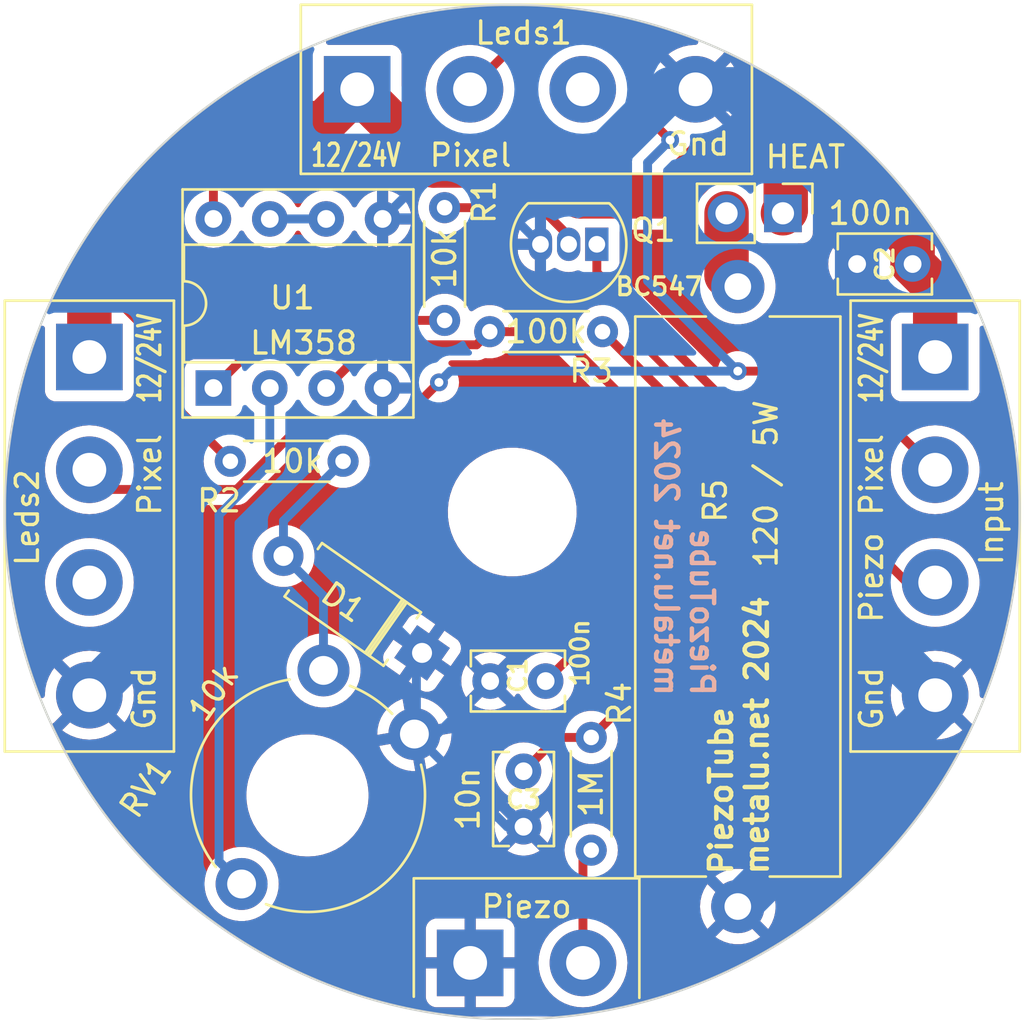
<source format=kicad_pcb>
(kicad_pcb (version 20221018) (generator pcbnew)
  (layers (0 "F.Cu" signal) (31 "B.Cu" signal) (34 "B.Paste" user) (35 "F.Paste" user) (36 "B.SilkS" user "B.Silkscreen") (37 "F.SilkS" user "F.Silkscreen") (38 "B.Mask" user) (39 "F.Mask" user) (44 "Edge.Cuts" user))
  (net 0 "")
  (net 1 "Net-(U1A-+)")
  (net 2 "Net-(J1-Pin_2)")
  (net 3 "+24V")
  (net 4 "GND")
  (net 5 "Net-(D1-A)")
  (net 6 "/pixel")
  (net 7 "/piezo_out")
  (net 10 "Net-(Q1-B)")
  (net 11 "Net-(R1-Pad1)")
  (net 12 "Net-(U1A--)")
  (net 13 "Net-(U1B--)")
  (net 14 "Net-(J5-Pin_2)")
  (net 15 "Net-(C3-Pad1)")
  (footprint "Potentiometer_THT:Potentiometer_Piher_PT-10-V10_Vertical" (layer "F.Cu") (at 47.375884 90.958538 -125)
    (fp_text reference "RV1" (at 8.939605 3.513801 55) (layer "F.SilkS"))
    (fp_text value "10k" (at 3.654245 3.493729 55) (layer "F.SilkS"))
    (fp_arc (start -0.11439 -1.375119) (mid -0.269093 -2.512295) (end -0.174 -3.656) (stroke (width 0.12)) (layer "F.SilkS"))
    (fp_arc (start 0.963379 -6.038474) (mid 6.186565 -7.784991) (end 10.114 -3.924) (stroke (width 0.12)) (layer "F.SilkS"))
    (fp_arc (start 5.09203 2.619358) (mid 2.983245 2.219015) (end 1.209 1.011) (stroke (width 0.12)) (layer "F.SilkS"))
    (fp_arc (start 10.039726 -1.109201) (mid 8.134716 1.586326) (end 5 2.62) (stroke (width 0.12)) (layer "F.SilkS"))
    (pad "" np_thru_hole circle (at 5.0292 -2.6416 235) (size 5 5) (drill 5) (layers "F&B.Cu" "*.Mask"))
    (pad "1" thru_hole circle (at 0 0 235) (size 2.34 2.34) (drill 1.3) (layers "*.Cu" "*.Mask") (net 5 "Net-(D1-A)"))
    (pad "2" thru_hole circle (at 10 -2.5 235) (size 2.34 2.34) (drill 1.3) (layers "*.Cu" "*.Mask") (net 12 "Net-(U1A--)"))
    (pad "3" thru_hole circle (at 0 -5 235) (size 2.34 2.34) (drill 1.3) (layers "*.Cu" "*.Mask") (net 4 "GND"))
  )
  (footprint "Connector_PinHeader_2.54mm:PinHeader_1x02_P2.54mm_Vertical" (layer "F.Cu") (at 68.072 70.358 -90)
    (fp_text reference "HEAT" (at -2.54 -1.016 -180) (layer "F.SilkS"))
    (fp_text value "Conn_01x02_Pin" hide)
    (fp_line (start -1.33 -1.33) (end 0 -1.33) (stroke (width 0.12)) (layer "F.SilkS"))
    (fp_line (start -1.33 0) (end -1.33 -1.33) (stroke (width 0.12)) (layer "F.SilkS"))
    (fp_line (start -1.33 1.27) (end -1.33 3.87) (stroke (width 0.12)) (layer "F.SilkS"))
    (fp_line (start -1.33 1.27) (end 1.33 1.27) (stroke (width 0.12)) (layer "F.SilkS"))
    (fp_line (start -1.33 3.87) (end 1.33 3.87) (stroke (width 0.12)) (layer "F.SilkS"))
    (fp_line (start 1.33 1.27) (end 1.33 3.87) (stroke (width 0.12)) (layer "F.SilkS"))
    (pad "1" thru_hole rect (at 0 0 270) (size 1.7 1.7) (drill 1) (layers "*.Cu" "*.Mask") (net 3 "+24V"))
    (pad "2" thru_hole oval (at 0 2.54 270) (size 1.7 1.7) (drill 1) (layers "*.Cu" "*.Mask") (net 14 "Net-(J5-Pin_2)"))
  )
  (footprint "Capacitor_THT:C_Rect_L4.0mm_W2.5mm_P2.50mm" (layer "F.Cu") (at 56.388 95.504 -90)
    (fp_text reference "C3" (at 1.27 0 180) (layer "F.SilkS") (effects (font (size 0.8 0.8))))
    (fp_text value "10n" (at 1.25 2.5 90) (layer "F.SilkS"))
    (fp_line (start -0.87 -1.37) (end -0.87 -0.665) (stroke (width 0.12)) (layer "F.SilkS"))
    (fp_line (start -0.87 -1.37) (end 3.37 -1.37) (stroke (width 0.12)) (layer "F.SilkS"))
    (fp_line (start -0.87 0.665) (end -0.87 1.37) (stroke (width 0.12)) (layer "F.SilkS"))
    (fp_line (start -0.87 1.37) (end 3.37 1.37) (stroke (width 0.12)) (layer "F.SilkS"))
    (fp_line (start 3.37 -1.37) (end 3.37 -0.665) (stroke (width 0.12)) (layer "F.SilkS"))
    (fp_line (start 3.37 0.665) (end 3.37 1.37) (stroke (width 0.12)) (layer "F.SilkS"))
    (pad "1" thru_hole circle (at 0 0 270) (size 1.6 1.6) (drill 0.8) (layers "*.Cu" "*.Mask") (net 15 "Net-(C3-Pad1)"))
    (pad "2" thru_hole circle (at 2.5 0 270) (size 1.6 1.6) (drill 0.8) (layers "*.Cu" "*.Mask") (net 4 "GND"))
  )
  (footprint "TerminalBlock:TerminalBlock_bornier-4_P5.08mm" (layer "F.Cu") (at 36.83 76.835 -90)
    (fp_text reference "J4" hide)
    (fp_text value "Leds2" (at 7.239 2.794 90) (layer "F.SilkS"))
    (fp_line (start -2.54 -3.81) (end -2.54 3.81) (stroke (width 0.12)) (layer "F.SilkS"))
    (fp_line (start -2.54 -3.81) (end 17.78 -3.81) (stroke (width 0.12)) (layer "F.SilkS"))
    (fp_line (start -2.54 3.81) (end 17.78 3.81) (stroke (width 0.12)) (layer "F.SilkS"))
    (fp_line (start 17.78 3.81) (end 17.78 -3.81) (stroke (width 0.12)) (layer "F.SilkS"))
    (pad "1" thru_hole rect (at 0 0 270) (size 3 3) (drill 1.52) (layers "*.Cu" "*.Mask") (net 3 "+24V"))
    (pad "2" thru_hole circle (at 5.08 0 270) (size 3 3) (drill 1.52) (layers "*.Cu" "*.Mask") (net 6 "/pixel"))
    (pad "3" thru_hole circle (at 10.16 0 270) (size 3 3) (drill 1.52) (layers "*.Cu" "*.Mask"))
    (pad "4" thru_hole circle (at 15.24 0 270) (size 3 3) (drill 1.52) (layers "*.Cu" "*.Mask") (net 4 "GND"))
  )
  (footprint "Resistor_THT:R_Axial_DIN0204_L3.6mm_D1.6mm_P5.08mm_Horizontal" (layer "F.Cu") (at 54.864 75.692)
    (fp_text reference "R3" (at 4.572 1.778) (layer "F.SilkS"))
    (fp_text value "100k" (at 2.54 0) (layer "F.SilkS"))
    (fp_line (start 0.62 -0.92) (end 4.46 -0.92) (stroke (width 0.12)) (layer "F.SilkS"))
    (fp_line (start 0.62 0.92) (end 4.46 0.92) (stroke (width 0.12)) (layer "F.SilkS"))
    (pad "1" thru_hole circle (at 0 0) (size 1.4 1.4) (drill 0.7) (layers "*.Cu" "*.Mask") (net 1 "Net-(U1A-+)"))
    (pad "2" thru_hole oval (at 5.08 0) (size 1.4 1.4) (drill 0.7) (layers "*.Cu" "*.Mask") (net 15 "Net-(C3-Pad1)"))
  )
  (footprint "TerminalBlock:TerminalBlock_bornier-2_P5.08mm" (layer "F.Cu") (at 53.984666 104.14)
    (fp_text reference "J1" hide)
    (fp_text value "Piezo" (at 2.54 -2.54) (layer "F.SilkS"))
    (fp_line (start -2.54 -3.81) (end -2.54 1.524) (stroke (width 0.12)) (layer "F.SilkS"))
    (fp_line (start 7.62 -3.81) (end -2.54 -3.81) (stroke (width 0.12)) (layer "F.SilkS"))
    (fp_line (start 7.62 1.5748) (end 7.62 -3.81) (stroke (width 0.12)) (layer "F.SilkS"))
    (pad "1" thru_hole rect (at 0 0) (size 3 3) (drill 1.52) (layers "*.Cu" "*.Mask") (net 4 "GND"))
    (pad "2" thru_hole circle (at 5.08 0) (size 3 3) (drill 1.52) (layers "*.Cu" "*.Mask") (net 2 "Net-(J1-Pin_2)"))
  )
  (footprint "TerminalBlock:TerminalBlock_bornier-4_P5.08mm" (layer "F.Cu") (at 48.895 64.77)
    (fp_text reference "J3" hide)
    (fp_text value "Leds1" (at 7.493 -2.54 180) (layer "F.SilkS"))
    (fp_line (start -2.54 -3.81) (end -2.54 3.81) (stroke (width 0.12)) (layer "F.SilkS"))
    (fp_line (start -2.54 -3.81) (end 17.78 -3.81) (stroke (width 0.12)) (layer "F.SilkS"))
    (fp_line (start -2.54 3.81) (end 17.78 3.81) (stroke (width 0.12)) (layer "F.SilkS"))
    (fp_line (start 17.78 3.81) (end 17.78 -3.81) (stroke (width 0.12)) (layer "F.SilkS"))
    (pad "1" thru_hole rect (at 0 0) (size 3 3) (drill 1.52) (layers "*.Cu" "*.Mask") (net 3 "+24V"))
    (pad "2" thru_hole circle (at 5.08 0) (size 3 3) (drill 1.52) (layers "*.Cu" "*.Mask") (net 6 "/pixel"))
    (pad "3" thru_hole circle (at 10.16 0) (size 3 3) (drill 1.52) (layers "*.Cu" "*.Mask"))
    (pad "4" thru_hole circle (at 15.24 0) (size 3 3) (drill 1.52) (layers "*.Cu" "*.Mask") (net 4 "GND"))
  )
  (footprint "Resistor_THT:R_Axial_DIN0204_L3.6mm_D1.6mm_P5.08mm_Horizontal" (layer "F.Cu") (at 59.436 93.98 -90)
    (fp_text reference "R4" (at -1.524 -1.27 90) (layer "F.SilkS"))
    (fp_text value "1M" (at 2.54 0 90) (layer "F.SilkS"))
    (fp_line (start 0.62 -0.92) (end 4.46 -0.92) (stroke (width 0.12)) (layer "F.SilkS"))
    (fp_line (start 0.62 0.92) (end 4.46 0.92) (stroke (width 0.12)) (layer "F.SilkS"))
    (pad "1" thru_hole circle (at 0 0 270) (size 1.4 1.4) (drill 0.7) (layers "*.Cu" "*.Mask") (net 15 "Net-(C3-Pad1)"))
    (pad "2" thru_hole oval (at 5.08 0 270) (size 1.4 1.4) (drill 0.7) (layers "*.Cu" "*.Mask") (net 2 "Net-(J1-Pin_2)"))
  )
  (footprint "MountingHole:MountingHole_5.3mm_M5" (layer "F.Cu") (at 55.88 83.82)
    (fp_text reference "H2" hide)
    (fp_text value "MountingHole" hide)
    (pad "" np_thru_hole circle (at 0 0) (size 5.3 5.3) (drill 5.3) (layers "*.Cu" "*.Mask"))
  )
  (footprint "Capacitor_THT:C_Rect_L4.0mm_W2.5mm_P2.50mm" (layer "F.Cu") (at 57.384 91.44 180)
    (fp_text reference "C1" (at 1.25 0.254 270) (layer "F.SilkS") (effects (font (size 0.8 0.8))))
    (fp_text value "100n" (at -1.544 1.27 90) (layer "F.SilkS") (effects (font (size 0.8 0.8))))
    (fp_line (start -0.87 -1.37) (end -0.87 -0.665) (stroke (width 0.12)) (layer "F.SilkS"))
    (fp_line (start -0.87 -1.37) (end 3.37 -1.37) (stroke (width 0.12)) (layer "F.SilkS"))
    (fp_line (start -0.87 0.665) (end -0.87 1.37) (stroke (width 0.12)) (layer "F.SilkS"))
    (fp_line (start -0.87 1.37) (end 3.37 1.37) (stroke (width 0.12)) (layer "F.SilkS"))
    (fp_line (start 3.37 -1.37) (end 3.37 -0.665) (stroke (width 0.12)) (layer "F.SilkS"))
    (fp_line (start 3.37 0.665) (end 3.37 1.37) (stroke (width 0.12)) (layer "F.SilkS"))
    (pad "1" thru_hole circle (at 0 0 180) (size 1.6 1.6) (drill 0.8) (layers "*.Cu" "*.Mask") (net 1 "Net-(U1A-+)"))
    (pad "2" thru_hole circle (at 2.5 0 180) (size 1.6 1.6) (drill 0.8) (layers "*.Cu" "*.Mask") (net 4 "GND"))
  )
  (footprint "TerminalBlock:TerminalBlock_bornier-4_P5.08mm" (layer "F.Cu") (at 74.93 76.835 -90)
    (fp_text reference "J2" hide)
    (fp_text value "Input" (at 7.493 -2.54 90) (layer "F.SilkS"))
    (fp_line (start -2.54 -3.81) (end -2.54 3.81) (stroke (width 0.12)) (layer "F.SilkS"))
    (fp_line (start -2.54 -3.81) (end 17.78 -3.81) (stroke (width 0.12)) (layer "F.SilkS"))
    (fp_line (start -2.54 3.81) (end 17.78 3.81) (stroke (width 0.12)) (layer "F.SilkS"))
    (fp_line (start 17.78 3.81) (end 17.78 -3.81) (stroke (width 0.12)) (layer "F.SilkS"))
    (pad "1" thru_hole rect (at 0 0 270) (size 3 3) (drill 1.52) (layers "*.Cu" "*.Mask") (net 3 "+24V"))
    (pad "2" thru_hole circle (at 5.08 0 270) (size 3 3) (drill 1.52) (layers "*.Cu" "*.Mask") (net 6 "/pixel"))
    (pad "3" thru_hole circle (at 10.16 0 270) (size 3 3) (drill 1.52) (layers "*.Cu" "*.Mask") (net 7 "/piezo_out"))
    (pad "4" thru_hole circle (at 15.24 0 270) (size 3 3) (drill 1.52) (layers "*.Cu" "*.Mask") (net 4 "GND"))
  )
  (footprint "Resistor_THT:R_Axial_Power_L25.0mm_W9.0mm_P27.94mm" (layer "F.Cu") (at 66.04 101.6 90)
    (fp_text reference "R5" (at 18.288 -1.016 90) (layer "F.SilkS"))
    (fp_text value "120 / 5W" (at 19.05 1.27 90) (layer "F.SilkS"))
    (fp_line (start 1.35 -4.62) (end 26.59 -4.62) (stroke (width 0.12)) (layer "F.SilkS"))
    (fp_line (start 1.35 -1.44) (end 1.35 -4.62) (stroke (width 0.12)) (layer "F.SilkS"))
    (fp_line (start 1.35 1.44) (end 1.35 4.62) (stroke (width 0.12)) (layer "F.SilkS"))
    (fp_line (start 1.35 4.62) (end 26.59 4.62) (stroke (width 0.12)) (layer "F.SilkS"))
    (fp_line (start 26.59 -4.62) (end 26.59 -1.44) (stroke (width 0.12)) (layer "F.SilkS"))
    (fp_line (start 26.59 4.62) (end 26.59 1.44) (stroke (width 0.12)) (layer "F.SilkS"))
    (pad "1" thru_hole circle (at 0 0 90) (size 2.4 2.4) (drill 1.2) (layers "*.Cu" "*.Mask") (net 4 "GND"))
    (pad "2" thru_hole oval (at 27.94 0 90) (size 2.4 2.4) (drill 1.2) (layers "*.Cu" "*.Mask") (net 14 "Net-(J5-Pin_2)"))
  )
  (footprint "Package_DIP:DIP-8_W7.62mm_Socket" (layer "F.Cu") (at 42.418 78.232 90)
    (fp_text reference "U1" hide)
    (fp_text value "LM358" (at 2.032 4.064 180) (layer "F.SilkS"))
    (fp_text user "${REFERENCE}" (at 4.064 3.556 180) (layer "F.SilkS"))
    (fp_line (start -1.33 -1.39) (end -1.33 9.01) (stroke (width 0.12)) (layer "F.SilkS"))
    (fp_line (start -1.33 9.01) (end 8.95 9.01) (stroke (width 0.12)) (layer "F.SilkS"))
    (fp_line (start 1.16 -1.33) (end 1.16 8.95) (stroke (width 0.12)) (layer "F.SilkS"))
    (fp_line (start 1.16 8.95) (end 6.46 8.95) (stroke (width 0.12)) (layer "F.SilkS"))
    (fp_line (start 2.81 -1.33) (end 1.16 -1.33) (stroke (width 0.12)) (layer "F.SilkS"))
    (fp_line (start 6.46 -1.33) (end 4.81 -1.33) (stroke (width 0.12)) (layer "F.SilkS"))
    (fp_line (start 6.46 8.95) (end 6.46 -1.33) (stroke (width 0.12)) (layer "F.SilkS"))
    (fp_line (start 8.95 -1.39) (end -1.33 -1.39) (stroke (width 0.12)) (layer "F.SilkS"))
    (fp_line (start 8.95 9.01) (end 8.95 -1.39) (stroke (width 0.12)) (layer "F.SilkS"))
    (fp_arc (start 4.81 -1.33) (mid 3.81 -0.33) (end 2.81 -1.33) (stroke (width 0.12)) (layer "F.SilkS"))
    (pad "1" thru_hole rect (at 0 0 90) (size 1.6 1.6) (drill 0.8) (layers "*.Cu" "*.Mask") (net 11 "Net-(R1-Pad1)"))
    (pad "2" thru_hole oval (at 0 2.54 90) (size 1.6 1.6) (drill 0.8) (layers "*.Cu" "*.Mask") (net 12 "Net-(U1A--)"))
    (pad "3" thru_hole oval (at 0 5.08 90) (size 1.6 1.6) (drill 0.8) (layers "*.Cu" "*.Mask") (net 1 "Net-(U1A-+)"))
    (pad "4" thru_hole oval (at 0 7.62 90) (size 1.6 1.6) (drill 0.8) (layers "*.Cu" "*.Mask") (net 4 "GND"))
    (pad "5" thru_hole oval (at 7.62 7.62 90) (size 1.6 1.6) (drill 0.8) (layers "*.Cu" "*.Mask") (net 4 "GND"))
    (pad "6" thru_hole oval (at 7.62 5.08 90) (size 1.6 1.6) (drill 0.8) (layers "*.Cu" "*.Mask") (net 13 "Net-(U1B--)"))
    (pad "7" thru_hole oval (at 7.62 2.54 90) (size 1.6 1.6) (drill 0.8) (layers "*.Cu" "*.Mask") (net 13 "Net-(U1B--)"))
    (pad "8" thru_hole oval (at 7.62 0 90) (size 1.6 1.6) (drill 0.8) (layers "*.Cu" "*.Mask") (net 3 "+24V"))
  )
  (footprint "Resistor_THT:R_Axial_DIN0204_L3.6mm_D1.6mm_P5.08mm_Horizontal" (layer "F.Cu") (at 43.18 81.534)
    (fp_text reference "R2" (at -0.508 1.778) (layer "F.SilkS"))
    (fp_text value "10k" (at 2.794 0) (layer "F.SilkS"))
    (fp_line (start 0.62 -0.92) (end 4.46 -0.92) (stroke (width 0.12)) (layer "F.SilkS"))
    (fp_line (start 0.62 0.92) (end 4.46 0.92) (stroke (width 0.12)) (layer "F.SilkS"))
    (pad "1" thru_hole circle (at 0 0) (size 1.4 1.4) (drill 0.7) (layers "*.Cu" "*.Mask") (net 3 "+24V"))
    (pad "2" thru_hole oval (at 5.08 0) (size 1.4 1.4) (drill 0.7) (layers "*.Cu" "*.Mask") (net 5 "Net-(D1-A)"))
  )
  (footprint "Package_TO_SOT_THT:TO-92_Inline" (layer "F.Cu") (at 59.69 71.755 180)
    (fp_text reference "Q1" (at -2.54 0.635) (layer "F.SilkS"))
    (fp_text value "BC547" (at -2.794 -1.905) (layer "F.SilkS") (effects (font (size 0.8 0.8))))
    (fp_line (start -0.53 1.85) (end 3.07 1.85) (stroke (width 0.12)) (layer "F.SilkS"))
    (fp_arc (start -0.568478 1.838478) (mid -1.132087 -0.994977) (end 1.27 -2.6) (stroke (width 0.12)) (layer "F.SilkS"))
    (fp_arc (start 1.27 -2.6) (mid 3.672087 -0.994977) (end 3.108478 1.838478) (stroke (width 0.12)) (layer "F.SilkS"))
    (pad "1" thru_hole rect (at 0 0 180) (size 1.05 1.5) (drill 0.75) (layers "*.Cu" "*.Mask") (net 7 "/piezo_out"))
    (pad "2" thru_hole oval (at 1.27 0 180) (size 1.05 1.5) (drill 0.75) (layers "*.Cu" "*.Mask") (net 10 "Net-(Q1-B)"))
    (pad "3" thru_hole oval (at 2.54 0 180) (size 1.05 1.5) (drill 0.75) (layers "*.Cu" "*.Mask") (net 4 "GND"))
  )
  (footprint "Resistor_THT:R_Axial_DIN0204_L3.6mm_D1.6mm_P5.08mm_Horizontal" (layer "F.Cu") (at 52.832 75.184 90)
    (fp_text reference "R1" (at 5.334 1.778 90) (layer "F.SilkS"))
    (fp_text value "10k" (at 2.794 0 90) (layer "F.SilkS"))
    (fp_line (start 0.62 -0.92) (end 4.46 -0.92) (stroke (width 0.12)) (layer "F.SilkS"))
    (fp_line (start 0.62 0.92) (end 4.46 0.92) (stroke (width 0.12)) (layer "F.SilkS"))
    (pad "1" thru_hole circle (at 0 0 90) (size 1.4 1.4) (drill 0.7) (layers "*.Cu" "*.Mask") (net 11 "Net-(R1-Pad1)"))
    (pad "2" thru_hole oval (at 5.08 0 90) (size 1.4 1.4) (drill 0.7) (layers "*.Cu" "*.Mask") (net 10 "Net-(Q1-B)"))
  )
  (footprint "Diode_THT:D_A-405_P7.62mm_Horizontal" (layer "F.Cu") (at 51.816 90.17 145)
    (fp_text reference "D1" (at 4.2241 -0.167056 145) (layer "F.SilkS"))
    (fp_text value "D" hide)
    (fp_line (start 1.09 -1.47) (end 6.53 -1.47) (stroke (width 0.12)) (layer "F.SilkS"))
    (fp_line (start 1.09 -1.14) (end 1.09 -1.47) (stroke (width 0.12)) (layer "F.SilkS"))
    (fp_line (start 1.09 1.14) (end 1.09 1.47) (stroke (width 0.12)) (layer "F.SilkS"))
    (fp_line (start 1.09 1.47) (end 6.53 1.47) (stroke (width 0.12)) (layer "F.SilkS"))
    (fp_line (start 1.87 -1.47) (end 1.87 1.47) (stroke (width 0.12)) (layer "F.SilkS"))
    (fp_line (start 1.99 -1.47) (end 1.99 1.47) (stroke (width 0.12)) (layer "F.SilkS"))
    (fp_line (start 2.11 -1.47) (end 2.11 1.47) (stroke (width 0.12)) (layer "F.SilkS"))
    (fp_line (start 6.53 -1.47) (end 6.53 -1.14) (stroke (width 0.12)) (layer "F.SilkS"))
    (fp_line (start 6.53 1.47) (end 6.53 1.14) (stroke (width 0.12)) (layer "F.SilkS"))
    (pad "1" thru_hole rect (at 0 0 145) (size 1.8 1.8) (drill 0.9) (layers "*.Cu" "*.Mask") (net 4 "GND"))
    (pad "2" thru_hole oval (at 7.62 0 145) (size 1.8 1.8) (drill 0.9) (layers "*.Cu" "*.Mask") (net 5 "Net-(D1-A)"))
  )
  (footprint "Capacitor_THT:C_Rect_L4.0mm_W2.5mm_P2.50mm" (layer "F.Cu") (at 73.914 72.644 180)
    (fp_text reference "C2" (at 1.25 0 90) (layer "F.SilkS") (effects (font (size 0.8 0.8))))
    (fp_text value "100n" (at 1.905 2.286) (layer "F.SilkS"))
    (fp_line (start -0.87 -1.37) (end -0.87 -0.665) (stroke (width 0.12)) (layer "F.SilkS"))
    (fp_line (start -0.87 -1.37) (end 3.37 -1.37) (stroke (width 0.12)) (layer "F.SilkS"))
    (fp_line (start -0.87 0.665) (end -0.87 1.37) (stroke (width 0.12)) (layer "F.SilkS"))
    (fp_line (start -0.87 1.37) (end 3.37 1.37) (stroke (width 0.12)) (layer "F.SilkS"))
    (fp_line (start 3.37 -1.37) (end 3.37 -0.665) (stroke (width 0.12)) (layer "F.SilkS"))
    (fp_line (start 3.37 0.665) (end 3.37 1.37) (stroke (width 0.12)) (layer "F.SilkS"))
    (pad "1" thru_hole circle (at 0 0 180) (size 1.6 1.6) (drill 0.8) (layers "*.Cu" "*.Mask") (net 3 "+24V"))
    (pad "2" thru_hole circle (at 2.5 0 180) (size 1.6 1.6) (drill 0.8) (layers "*.Cu" "*.Mask") (net 4 "GND"))
  )
  (gr_circle (center 55.88 83.82) (end 78.74 83.82) (stroke (width 0.1)) (fill none) (layer "Edge.Cuts"))
  (gr_text "PiezoTube\nmetalu.net 2024" (at 62.23 92.202 -90) (layer "B.SilkS") (effects (font (size 1 1) (thickness 0.2) bold) (justify left bottom mirror)))
  (gr_text "Gnd" (at 72.644 93.726 90) (layer "F.SilkS") (effects (font (size 1 1)) (justify left bottom)))
  (gr_text "12/24V" (at 46.736 68.326) (layer "F.SilkS") (effects (font (size 1 0.7)) (justify left bottom)))
  (gr_text "Piezo" (at 72.644 88.9 90) (layer "F.SilkS") (effects (font (size 1 1)) (justify left bottom)))
  (gr_text "Pixel" (at 52.07 68.326) (layer "F.SilkS") (effects (font (size 1 1)) (justify left bottom)))
  (gr_text "Gnd" (at 39.878 93.726 90) (layer "F.SilkS") (effects (font (size 1 1)) (justify left bottom)))
  (gr_text "Pixel" (at 40.132 84.074 90) (layer "F.SilkS") (effects (font (size 1 1)) (justify left bottom)))
  (gr_text "PiezoTube\nmetalu.net 2024" (at 67.48 100.25 90) (layer "F.SilkS") (effects (font (size 1 1) (thickness 0.2) bold) (justify left bottom)))
  (gr_text "Gnd" (at 62.738 67.818) (layer "F.SilkS") (effects (font (size 1 1)) (justify left bottom)))
  (gr_text "12/24V" (at 72.644 78.994 90) (layer "F.SilkS") (effects (font (size 1 0.7)) (justify left bottom)))
  (gr_text "12/24V" (at 40.132 78.994 90) (layer "F.SilkS") (effects (font (size 1 0.7)) (justify left bottom)))
  (gr_text "Pixel" (at 72.644 84.074 90) (layer "F.SilkS") (effects (font (size 1 1)) (justify left bottom)))
  (segment (start 54.272 76.284) (end 54.864 75.692) (width 0.4) (layer "F.Cu") (net 1))
  (segment (start 57.384 91.44) (end 62.484 86.34) (width 0.4) (layer "F.Cu") (net 1))
  (segment (start 57.912 75.692) (end 54.864 75.692) (width 0.4) (layer "F.Cu") (net 1))
  (segment (start 49.446 76.284) (end 54.272 76.284) (width 0.4) (layer "F.Cu") (net 1))
  (segment (start 62.484 86.34) (end 62.484 80.264) (width 0.4) (layer "F.Cu") (net 1))
  (segment (start 62.484 80.264) (end 57.912 75.692) (width 0.4) (layer "F.Cu") (net 1))
  (segment (start 47.498 78.232) (end 49.446 76.284) (width 0.4) (layer "F.Cu") (net 1))
  (segment (start 57.384 91.44) (end 57.384 91.42) (width 0.4) (layer "F.Cu") (net 1))
  (segment (start 59.064666 104.14) (end 59.064666 99.431334) (width 0.4) (layer "F.Cu") (net 2))
  (segment (start 59.064666 99.431334) (end 59.436 99.06) (width 0.4) (layer "F.Cu") (net 2))
  (segment (start 37.465 73.66) (end 39.0525 75.2475) (width 0.4) (layer "F.Cu") (net 3))
  (segment (start 68.199 67.945) (end 68.199 70.231) (width 2) (layer "F.Cu") (net 3))
  (segment (start 37.084 73.66) (end 37.465 73.66) (width 0.4) (layer "F.Cu") (net 3))
  (segment (start 73.914 72.644) (end 74.93 73.66) (width 2) (layer "F.Cu") (net 3))
  (segment (start 43.688 66.294) (end 43.688 67.056) (width 0.4) (layer "F.Cu") (net 3))
  (segment (start 37.084 73.66) (end 36.83 73.914) (width 2) (layer "F.Cu") (net 3))
  (segment (start 43.688 67.056) (end 42.418 68.326) (width 0.4) (layer "F.Cu") (net 3))
  (segment (start 52.329 68.204) (end 48.895 64.77) (width 2) (layer "F.Cu") (net 3))
  (segment (start 43.688 66.294) (end 47.371 66.294) (width 2) (layer "F.Cu") (net 3))
  (segment (start 70.231 67.945) (end 68.199 67.945) (width 2) (layer "F.Cu") (net 3))
  (segment (start 62.992 69.596) (end 58.940899 69.596) (width 2) (layer "F.Cu") (net 3))
  (segment (start 43.434 66.294) (end 43.688 66.294) (width 2) (layer "F.Cu") (net 3))
  (segment (start 73.914 72.644) (end 73.914 71.628) (width 2) (layer "F.Cu") (net 3))
  (segment (start 42.418 68.326) (end 42.418 70.612) (width 0.4) (layer "F.Cu") (net 3))
  (segment (start 37.084 73.66) (end 37.084 72.671803) (width 2) (layer "F.Cu") (net 3))
  (segment (start 37.084 72.671803) (end 37.126695 72.601305) (width 2) (layer "F.Cu") (net 3))
  (segment (start 39.0525 77.4065) (end 43.18 81.534) (width 0.4) (layer "F.Cu") (net 3))
  (segment (start 73.914 71.628) (end 70.231 67.945) (width 2) (layer "F.Cu") (net 3))
  (segment (start 37.126695 72.601305) (end 43.434 66.294) (width 2) (layer "F.Cu") (net 3))
  (segment (start 68.199 70.231) (end 68.072 70.358) (width 2) (layer "F.Cu") (net 3))
  (segment (start 47.371 66.294) (end 48.895 64.77) (width 2) (layer "F.Cu") (net 3))
  (segment (start 57.548899 68.204) (end 52.329 68.204) (width 2) (layer "F.Cu") (net 3))
  (segment (start 39.0525 75.2475) (end 39.0525 77.4065) (width 0.4) (layer "F.Cu") (net 3))
  (segment (start 64.643 67.945) (end 62.992 69.596) (width 2) (layer "F.Cu") (net 3))
  (segment (start 36.83 73.914) (end 36.83 76.835) (width 2) (layer "F.Cu") (net 3))
  (segment (start 58.940899 69.596) (end 57.548899 68.204) (width 2) (layer "F.Cu") (net 3))
  (segment (start 74.93 73.66) (end 74.93 76.835) (width 2) (layer "F.Cu") (net 3))
  (segment (start 68.199 67.945) (end 64.643 67.945) (width 2) (layer "F.Cu") (net 3))
  (segment (start 62.992 64.77) (end 64.135 64.77) (width 2) (layer "B.Cu") (net 4))
  (segment (start 51.471644 93.82642) (end 55.649224 98.004) (width 0.4) (layer "B.Cu") (net 4))
  (segment (start 50.038 70.612) (end 53.0225 67.6275) (width 0.4) (layer "B.Cu") (net 4))
  (segment (start 55.847 68.072) (end 59.69 68.072) (width 2) (layer "B.Cu") (net 4))
  (segment (start 53.984666 100.407334) (end 56.388 98.004) (width 0.4) (layer "B.Cu") (net 4))
  (segment (start 71.414 70.144) (end 71.414 88.559) (width 2) (layer "B.Cu") (net 4))
  (segment (start 55.847 68.072) (end 55.593 67.818) (width 2) (layer "B.Cu") (net 4))
  (segment (start 55.847 68.072) (end 52.578 68.072) (width 0.4) (layer "B.Cu") (net 4))
  (segment (start 49.784 82.931) (end 49.784 88.138) (width 0.4) (layer "B.Cu") (net 4))
  (segment (start 64.135 64.77) (end 66.04 64.77) (width 2) (layer "B.Cu") (net 4))
  (segment (start 52.49758 93.82642) (end 51.471644 93.82642) (width 0.4) (layer "B.Cu") (net 4))
  (segment (start 53.0225 67.6275) (end 57.15 71.755) (width 0.4) (layer "B.Cu") (net 4))
  (segment (start 51.471644 93.82642) (end 51.816 94.170776) (width 0.4) (layer "B.Cu") (net 4))
  (segment (start 71.414 88.559) (end 74.93 92.075) (width 2) (layer "B.Cu") (net 4))
  (segment (start 51.562 93.736064) (end 51.471644 93.82642) (width 0.4) (layer "B.Cu") (net 4))
  (segment (start 54.884 91.44) (end 52.49758 93.82642) (width 0.4) (layer "B.Cu") (net 4))
  (segment (start 55.593 67.818) (end 41.91 67.818) (width 2) (layer "B.Cu") (net 4))
  (segment (start 53.984666 104.14) (end 53.984666 100.407334) (width 0.4) (layer "B.Cu") (net 4))
  (segment (start 39.878 69.85) (end 39.878 89.027) (width 2) (layer "B.Cu") (net 4))
  (segment (start 51.562 90.424) (end 51.562 93.736064) (width 0.4) (layer "B.Cu") (net 4))
  (segment (start 50.038 82.677) (end 49.784 82.931) (width 0.4) (layer "B.Cu") (net 4))
  (segment (start 50.038 78.232) (end 50.038 82.677) (width 0.4) (layer "B.Cu") (net 4))
  (segment (start 74.93 92.075) (end 74.93 92.71) (width 2) (layer "B.Cu") (net 4))
  (segment (start 41.91 67.818) (end 39.878 69.85) (width 2) (layer "B.Cu") (net 4))
  (segment (start 51.816 90.17) (end 51.562 90.424) (width 0.4) (layer "B.Cu") (net 4))
  (segment (start 39.878 89.027) (end 36.83 92.075) (width 2) (layer "B.Cu") (net 4))
  (segment (start 49.784 88.138) (end 51.816 90.17) (width 0.4) (layer "B.Cu") (net 4))
  (segment (start 74.93 92.71) (end 66.04 101.6) (width 2) (layer "B.Cu") (net 4))
  (segment (start 50.038 78.232) (end 50.038 70.612) (width 0.4) (layer "B.Cu") (net 4))
  (segment (start 66.04 64.77) (end 71.414 70.144) (width 2) (layer "B.Cu") (net 4))
  (segment (start 59.69 68.072) (end 62.992 64.77) (width 2) (layer "B.Cu") (net 4))
  (segment (start 52.578 68.072) (end 50.038 70.612) (width 0.4) (layer "B.Cu") (net 4))
  (segment (start 55.649224 98.004) (end 56.388 98.004) (width 0.4) (layer "B.Cu") (net 4))
  (segment (start 47.375884 90.958538) (end 47.375884 87.601171) (width 0.4) (layer "B.Cu") (net 5))
  (segment (start 45.574061 85.799348) (end 45.574061 84.219939) (width 0.4) (layer "B.Cu") (net 5))
  (segment (start 45.574061 84.219939) (end 48.26 81.534) (width 0.4) (layer "B.Cu") (net 5))
  (segment (start 47.375884 87.601171) (end 45.574061 85.799348) (width 0.4) (layer "B.Cu") (net 5))
  (segment (start 52.578 77.978) (end 50.546 80.01) (width 0.4) (layer "F.Cu") (net 6))
  (segment (start 37.719 82.804) (end 36.83 81.915) (width 0.4) (layer "F.Cu") (net 6))
  (segment (start 60.452 62.484) (end 56.261 62.484) (width 0.4) (layer "F.Cu") (net 6))
  (segment (start 61.722 63.754) (end 60.452 62.484) (width 0.4) (layer "F.Cu") (net 6))
  (segment (start 61.722 65.786) (end 61.722 63.754) (width 0.4) (layer "F.Cu") (net 6))
  (segment (start 62.992 67.056) (end 61.722 65.786) (width 0.4) (layer "F.Cu") (net 6))
  (segment (start 50.546 80.01) (end 46.259635 80.01) (width 0.4) (layer "F.Cu") (net 6))
  (segment (start 43.465635 82.804) (end 37.719 82.804) (width 0.4) (layer "F.Cu") (net 6))
  (segment (start 66.04 77.47) (end 70.485 77.47) (width 0.4) (layer "F.Cu") (net 6))
  (segment (start 46.259635 80.01) (end 43.465635 82.804) (width 0.4) (layer "F.Cu") (net 6))
  (segment (start 70.485 77.47) (end 74.93 81.915) (width 0.4) (layer "F.Cu") (net 6))
  (segment (start 56.261 62.484) (end 53.975 64.77) (width 0.4) (layer "F.Cu") (net 6))
  (via (at 52.578 77.978) (size 0.8) (drill 0.4) (layers "F.Cu" "B.Cu") (net 6))
  (via (at 66.04 77.47) (size 0.8) (drill 0.4) (layers "F.Cu" "B.Cu") (net 6))
  (via (at 62.992 67.056) (size 0.8) (drill 0.4) (layers "F.Cu" "B.Cu") (net 6))
  (segment (start 61.976 73.406) (end 66.04 77.47) (width 0.4) (layer "B.Cu") (net 6))
  (segment (start 61.976 68.072) (end 61.976 73.406) (width 0.4) (layer "B.Cu") (net 6))
  (segment (start 62.992 67.056) (end 61.976 68.072) (width 0.4) (layer "B.Cu") (net 6))
  (segment (start 53.086 77.47) (end 52.578 77.978) (width 0.4) (layer "B.Cu") (net 6))
  (segment (start 66.04 77.47) (end 53.086 77.47) (width 0.4) (layer "B.Cu") (net 6))
  (segment (start 73.66 86.995) (end 59.69 73.025) (width 0.4) (layer "F.Cu") (net 7))
  (segment (start 74.93 86.995) (end 73.66 86.995) (width 0.4) (layer "F.Cu") (net 7))
  (segment (start 59.69 73.025) (end 59.69 71.755) (width 0.4) (layer "F.Cu") (net 7))
  (segment (start 57.15 70.104) (end 58.42 71.374) (width 0.4) (layer "F.Cu") (net 10))
  (segment (start 52.832 70.104) (end 57.15 70.104) (width 0.4) (layer "F.Cu") (net 10))
  (segment (start 58.42 71.374) (end 58.42 71.755) (width 0.4) (layer "F.Cu") (net 10))
  (segment (start 52.832 75.184) (end 45.466 75.184) (width 0.4) (layer "F.Cu") (net 11))
  (segment (start 45.466 75.184) (end 42.418 78.232) (width 0.4) (layer "F.Cu") (net 11))
  (segment (start 42.672 99.568) (end 43.688 100.584) (width 0.4) (layer "B.Cu") (net 12))
  (segment (start 44.958 78.232) (end 44.958 81.660221) (width 0.4) (layer "B.Cu") (net 12))
  (segment (start 44.958 81.660221) (end 42.672 83.946221) (width 0.4) (layer "B.Cu") (net 12))
  (segment (start 42.672 83.946221) (end 42.672 99.568) (width 0.4) (layer "B.Cu") (net 12))
  (segment (start 44.958 70.612) (end 47.498 70.612) (width 0.4) (layer "B.Cu") (net 13))
  (segment (start 65.532 73.152) (end 66.04 73.66) (width 2) (layer "F.Cu") (net 14))
  (segment (start 65.532 70.358) (end 65.532 73.152) (width 2) (layer "F.Cu") (net 14))
  (segment (start 63.5 79.248) (end 59.944 75.692) (width 0.4) (layer "F.Cu") (net 15))
  (segment (start 59.436 93.98) (end 57.912 93.98) (width 0.4) (layer "F.Cu") (net 15))
  (segment (start 63.5 89.916) (end 63.5 79.248) (width 0.4) (layer "F.Cu") (net 15))
  (segment (start 57.912 93.98) (end 56.388 95.504) (width 0.4) (layer "F.Cu") (net 15))
  (segment (start 59.436 93.98) (end 63.5 89.916) (width 0.4) (layer "F.Cu") (net 15))
  (zone (net 4) (net_name "GND") (layers "F&B.Cu") (connect_pads (clearance 0.5)) (min_thickness 0.25) (fill yes (thermal_gap 0.5) (thermal_bridge_width 0.5))
    (polygon (pts (xy 33.02 60.96) (xy 78.74 60.96) (xy 78.74 106.553) (xy 33.02 106.553)))
  )
)
</source>
